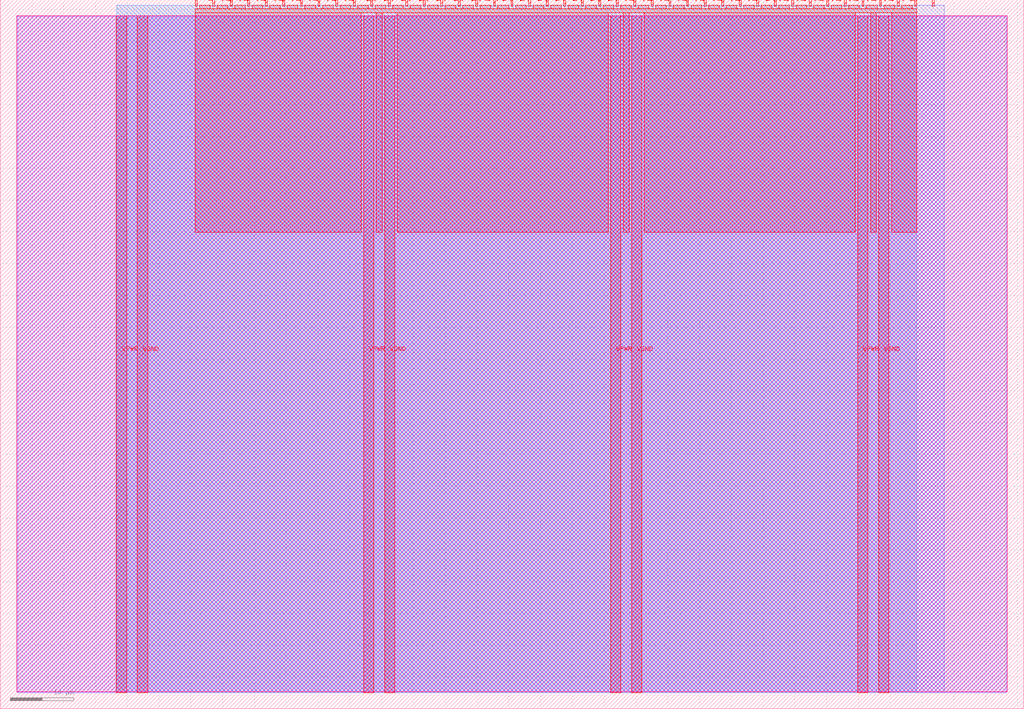
<source format=lef>
VERSION 5.7 ;
  NOWIREEXTENSIONATPIN ON ;
  DIVIDERCHAR "/" ;
  BUSBITCHARS "[]" ;
MACRO tt_um_wokwi_422960078645704705
  CLASS BLOCK ;
  FOREIGN tt_um_wokwi_422960078645704705 ;
  ORIGIN 0.000 0.000 ;
  SIZE 161.000 BY 111.520 ;
  PIN VGND
    DIRECTION INOUT ;
    USE GROUND ;
    PORT
      LAYER met4 ;
        RECT 21.580 2.480 23.180 109.040 ;
    END
    PORT
      LAYER met4 ;
        RECT 60.450 2.480 62.050 109.040 ;
    END
    PORT
      LAYER met4 ;
        RECT 99.320 2.480 100.920 109.040 ;
    END
    PORT
      LAYER met4 ;
        RECT 138.190 2.480 139.790 109.040 ;
    END
  END VGND
  PIN VPWR
    DIRECTION INOUT ;
    USE POWER ;
    PORT
      LAYER met4 ;
        RECT 18.280 2.480 19.880 109.040 ;
    END
    PORT
      LAYER met4 ;
        RECT 57.150 2.480 58.750 109.040 ;
    END
    PORT
      LAYER met4 ;
        RECT 96.020 2.480 97.620 109.040 ;
    END
    PORT
      LAYER met4 ;
        RECT 134.890 2.480 136.490 109.040 ;
    END
  END VPWR
  PIN clk
    DIRECTION INPUT ;
    USE SIGNAL ;
    ANTENNAGATEAREA 0.852000 ;
    PORT
      LAYER met4 ;
        RECT 143.830 110.520 144.130 111.520 ;
    END
  END clk
  PIN ena
    DIRECTION INPUT ;
    USE SIGNAL ;
    PORT
      LAYER met4 ;
        RECT 146.590 110.520 146.890 111.520 ;
    END
  END ena
  PIN rst_n
    DIRECTION INPUT ;
    USE SIGNAL ;
    PORT
      LAYER met4 ;
        RECT 141.070 110.520 141.370 111.520 ;
    END
  END rst_n
  PIN ui_in[0]
    DIRECTION INPUT ;
    USE SIGNAL ;
    PORT
      LAYER met4 ;
        RECT 138.310 110.520 138.610 111.520 ;
    END
  END ui_in[0]
  PIN ui_in[1]
    DIRECTION INPUT ;
    USE SIGNAL ;
    PORT
      LAYER met4 ;
        RECT 135.550 110.520 135.850 111.520 ;
    END
  END ui_in[1]
  PIN ui_in[2]
    DIRECTION INPUT ;
    USE SIGNAL ;
    PORT
      LAYER met4 ;
        RECT 132.790 110.520 133.090 111.520 ;
    END
  END ui_in[2]
  PIN ui_in[3]
    DIRECTION INPUT ;
    USE SIGNAL ;
    PORT
      LAYER met4 ;
        RECT 130.030 110.520 130.330 111.520 ;
    END
  END ui_in[3]
  PIN ui_in[4]
    DIRECTION INPUT ;
    USE SIGNAL ;
    PORT
      LAYER met4 ;
        RECT 127.270 110.520 127.570 111.520 ;
    END
  END ui_in[4]
  PIN ui_in[5]
    DIRECTION INPUT ;
    USE SIGNAL ;
    PORT
      LAYER met4 ;
        RECT 124.510 110.520 124.810 111.520 ;
    END
  END ui_in[5]
  PIN ui_in[6]
    DIRECTION INPUT ;
    USE SIGNAL ;
    ANTENNAGATEAREA 0.213000 ;
    PORT
      LAYER met4 ;
        RECT 121.750 110.520 122.050 111.520 ;
    END
  END ui_in[6]
  PIN ui_in[7]
    DIRECTION INPUT ;
    USE SIGNAL ;
    ANTENNAGATEAREA 0.213000 ;
    PORT
      LAYER met4 ;
        RECT 118.990 110.520 119.290 111.520 ;
    END
  END ui_in[7]
  PIN uio_in[0]
    DIRECTION INPUT ;
    USE SIGNAL ;
    PORT
      LAYER met4 ;
        RECT 116.230 110.520 116.530 111.520 ;
    END
  END uio_in[0]
  PIN uio_in[1]
    DIRECTION INPUT ;
    USE SIGNAL ;
    PORT
      LAYER met4 ;
        RECT 113.470 110.520 113.770 111.520 ;
    END
  END uio_in[1]
  PIN uio_in[2]
    DIRECTION INPUT ;
    USE SIGNAL ;
    PORT
      LAYER met4 ;
        RECT 110.710 110.520 111.010 111.520 ;
    END
  END uio_in[2]
  PIN uio_in[3]
    DIRECTION INPUT ;
    USE SIGNAL ;
    PORT
      LAYER met4 ;
        RECT 107.950 110.520 108.250 111.520 ;
    END
  END uio_in[3]
  PIN uio_in[4]
    DIRECTION INPUT ;
    USE SIGNAL ;
    PORT
      LAYER met4 ;
        RECT 105.190 110.520 105.490 111.520 ;
    END
  END uio_in[4]
  PIN uio_in[5]
    DIRECTION INPUT ;
    USE SIGNAL ;
    PORT
      LAYER met4 ;
        RECT 102.430 110.520 102.730 111.520 ;
    END
  END uio_in[5]
  PIN uio_in[6]
    DIRECTION INPUT ;
    USE SIGNAL ;
    PORT
      LAYER met4 ;
        RECT 99.670 110.520 99.970 111.520 ;
    END
  END uio_in[6]
  PIN uio_in[7]
    DIRECTION INPUT ;
    USE SIGNAL ;
    PORT
      LAYER met4 ;
        RECT 96.910 110.520 97.210 111.520 ;
    END
  END uio_in[7]
  PIN uio_oe[0]
    DIRECTION OUTPUT ;
    USE SIGNAL ;
    PORT
      LAYER met4 ;
        RECT 49.990 110.520 50.290 111.520 ;
    END
  END uio_oe[0]
  PIN uio_oe[1]
    DIRECTION OUTPUT ;
    USE SIGNAL ;
    PORT
      LAYER met4 ;
        RECT 47.230 110.520 47.530 111.520 ;
    END
  END uio_oe[1]
  PIN uio_oe[2]
    DIRECTION OUTPUT ;
    USE SIGNAL ;
    PORT
      LAYER met4 ;
        RECT 44.470 110.520 44.770 111.520 ;
    END
  END uio_oe[2]
  PIN uio_oe[3]
    DIRECTION OUTPUT ;
    USE SIGNAL ;
    PORT
      LAYER met4 ;
        RECT 41.710 110.520 42.010 111.520 ;
    END
  END uio_oe[3]
  PIN uio_oe[4]
    DIRECTION OUTPUT ;
    USE SIGNAL ;
    PORT
      LAYER met4 ;
        RECT 38.950 110.520 39.250 111.520 ;
    END
  END uio_oe[4]
  PIN uio_oe[5]
    DIRECTION OUTPUT ;
    USE SIGNAL ;
    PORT
      LAYER met4 ;
        RECT 36.190 110.520 36.490 111.520 ;
    END
  END uio_oe[5]
  PIN uio_oe[6]
    DIRECTION OUTPUT ;
    USE SIGNAL ;
    PORT
      LAYER met4 ;
        RECT 33.430 110.520 33.730 111.520 ;
    END
  END uio_oe[6]
  PIN uio_oe[7]
    DIRECTION OUTPUT ;
    USE SIGNAL ;
    PORT
      LAYER met4 ;
        RECT 30.670 110.520 30.970 111.520 ;
    END
  END uio_oe[7]
  PIN uio_out[0]
    DIRECTION OUTPUT ;
    USE SIGNAL ;
    PORT
      LAYER met4 ;
        RECT 72.070 110.520 72.370 111.520 ;
    END
  END uio_out[0]
  PIN uio_out[1]
    DIRECTION OUTPUT ;
    USE SIGNAL ;
    PORT
      LAYER met4 ;
        RECT 69.310 110.520 69.610 111.520 ;
    END
  END uio_out[1]
  PIN uio_out[2]
    DIRECTION OUTPUT ;
    USE SIGNAL ;
    PORT
      LAYER met4 ;
        RECT 66.550 110.520 66.850 111.520 ;
    END
  END uio_out[2]
  PIN uio_out[3]
    DIRECTION OUTPUT ;
    USE SIGNAL ;
    PORT
      LAYER met4 ;
        RECT 63.790 110.520 64.090 111.520 ;
    END
  END uio_out[3]
  PIN uio_out[4]
    DIRECTION OUTPUT ;
    USE SIGNAL ;
    PORT
      LAYER met4 ;
        RECT 61.030 110.520 61.330 111.520 ;
    END
  END uio_out[4]
  PIN uio_out[5]
    DIRECTION OUTPUT ;
    USE SIGNAL ;
    PORT
      LAYER met4 ;
        RECT 58.270 110.520 58.570 111.520 ;
    END
  END uio_out[5]
  PIN uio_out[6]
    DIRECTION OUTPUT ;
    USE SIGNAL ;
    PORT
      LAYER met4 ;
        RECT 55.510 110.520 55.810 111.520 ;
    END
  END uio_out[6]
  PIN uio_out[7]
    DIRECTION OUTPUT ;
    USE SIGNAL ;
    PORT
      LAYER met4 ;
        RECT 52.750 110.520 53.050 111.520 ;
    END
  END uio_out[7]
  PIN uo_out[0]
    DIRECTION OUTPUT ;
    USE SIGNAL ;
    ANTENNADIFFAREA 0.445500 ;
    PORT
      LAYER met4 ;
        RECT 94.150 110.520 94.450 111.520 ;
    END
  END uo_out[0]
  PIN uo_out[1]
    DIRECTION OUTPUT ;
    USE SIGNAL ;
    ANTENNADIFFAREA 0.445500 ;
    PORT
      LAYER met4 ;
        RECT 91.390 110.520 91.690 111.520 ;
    END
  END uo_out[1]
  PIN uo_out[2]
    DIRECTION OUTPUT ;
    USE SIGNAL ;
    ANTENNADIFFAREA 0.445500 ;
    PORT
      LAYER met4 ;
        RECT 88.630 110.520 88.930 111.520 ;
    END
  END uo_out[2]
  PIN uo_out[3]
    DIRECTION OUTPUT ;
    USE SIGNAL ;
    ANTENNADIFFAREA 0.445500 ;
    PORT
      LAYER met4 ;
        RECT 85.870 110.520 86.170 111.520 ;
    END
  END uo_out[3]
  PIN uo_out[4]
    DIRECTION OUTPUT ;
    USE SIGNAL ;
    ANTENNADIFFAREA 0.445500 ;
    PORT
      LAYER met4 ;
        RECT 83.110 110.520 83.410 111.520 ;
    END
  END uo_out[4]
  PIN uo_out[5]
    DIRECTION OUTPUT ;
    USE SIGNAL ;
    ANTENNADIFFAREA 0.445500 ;
    PORT
      LAYER met4 ;
        RECT 80.350 110.520 80.650 111.520 ;
    END
  END uo_out[5]
  PIN uo_out[6]
    DIRECTION OUTPUT ;
    USE SIGNAL ;
    ANTENNADIFFAREA 0.795200 ;
    PORT
      LAYER met4 ;
        RECT 77.590 110.520 77.890 111.520 ;
    END
  END uo_out[6]
  PIN uo_out[7]
    DIRECTION OUTPUT ;
    USE SIGNAL ;
    ANTENNADIFFAREA 0.795200 ;
    PORT
      LAYER met4 ;
        RECT 74.830 110.520 75.130 111.520 ;
    END
  END uo_out[7]
  OBS
      LAYER nwell ;
        RECT 2.570 2.635 158.430 108.990 ;
      LAYER li1 ;
        RECT 2.760 2.635 158.240 108.885 ;
      LAYER met1 ;
        RECT 2.760 2.480 158.240 109.040 ;
      LAYER met2 ;
        RECT 18.310 2.535 148.480 110.685 ;
      LAYER met3 ;
        RECT 18.290 2.555 144.170 110.665 ;
      LAYER met4 ;
        RECT 31.370 110.120 33.030 110.665 ;
        RECT 34.130 110.120 35.790 110.665 ;
        RECT 36.890 110.120 38.550 110.665 ;
        RECT 39.650 110.120 41.310 110.665 ;
        RECT 42.410 110.120 44.070 110.665 ;
        RECT 45.170 110.120 46.830 110.665 ;
        RECT 47.930 110.120 49.590 110.665 ;
        RECT 50.690 110.120 52.350 110.665 ;
        RECT 53.450 110.120 55.110 110.665 ;
        RECT 56.210 110.120 57.870 110.665 ;
        RECT 58.970 110.120 60.630 110.665 ;
        RECT 61.730 110.120 63.390 110.665 ;
        RECT 64.490 110.120 66.150 110.665 ;
        RECT 67.250 110.120 68.910 110.665 ;
        RECT 70.010 110.120 71.670 110.665 ;
        RECT 72.770 110.120 74.430 110.665 ;
        RECT 75.530 110.120 77.190 110.665 ;
        RECT 78.290 110.120 79.950 110.665 ;
        RECT 81.050 110.120 82.710 110.665 ;
        RECT 83.810 110.120 85.470 110.665 ;
        RECT 86.570 110.120 88.230 110.665 ;
        RECT 89.330 110.120 90.990 110.665 ;
        RECT 92.090 110.120 93.750 110.665 ;
        RECT 94.850 110.120 96.510 110.665 ;
        RECT 97.610 110.120 99.270 110.665 ;
        RECT 100.370 110.120 102.030 110.665 ;
        RECT 103.130 110.120 104.790 110.665 ;
        RECT 105.890 110.120 107.550 110.665 ;
        RECT 108.650 110.120 110.310 110.665 ;
        RECT 111.410 110.120 113.070 110.665 ;
        RECT 114.170 110.120 115.830 110.665 ;
        RECT 116.930 110.120 118.590 110.665 ;
        RECT 119.690 110.120 121.350 110.665 ;
        RECT 122.450 110.120 124.110 110.665 ;
        RECT 125.210 110.120 126.870 110.665 ;
        RECT 127.970 110.120 129.630 110.665 ;
        RECT 130.730 110.120 132.390 110.665 ;
        RECT 133.490 110.120 135.150 110.665 ;
        RECT 136.250 110.120 137.910 110.665 ;
        RECT 139.010 110.120 140.670 110.665 ;
        RECT 141.770 110.120 143.430 110.665 ;
        RECT 30.655 109.440 144.145 110.120 ;
        RECT 30.655 74.975 56.750 109.440 ;
        RECT 59.150 74.975 60.050 109.440 ;
        RECT 62.450 74.975 95.620 109.440 ;
        RECT 98.020 74.975 98.920 109.440 ;
        RECT 101.320 74.975 134.490 109.440 ;
        RECT 136.890 74.975 137.790 109.440 ;
        RECT 140.190 74.975 144.145 109.440 ;
  END
END tt_um_wokwi_422960078645704705
END LIBRARY


</source>
